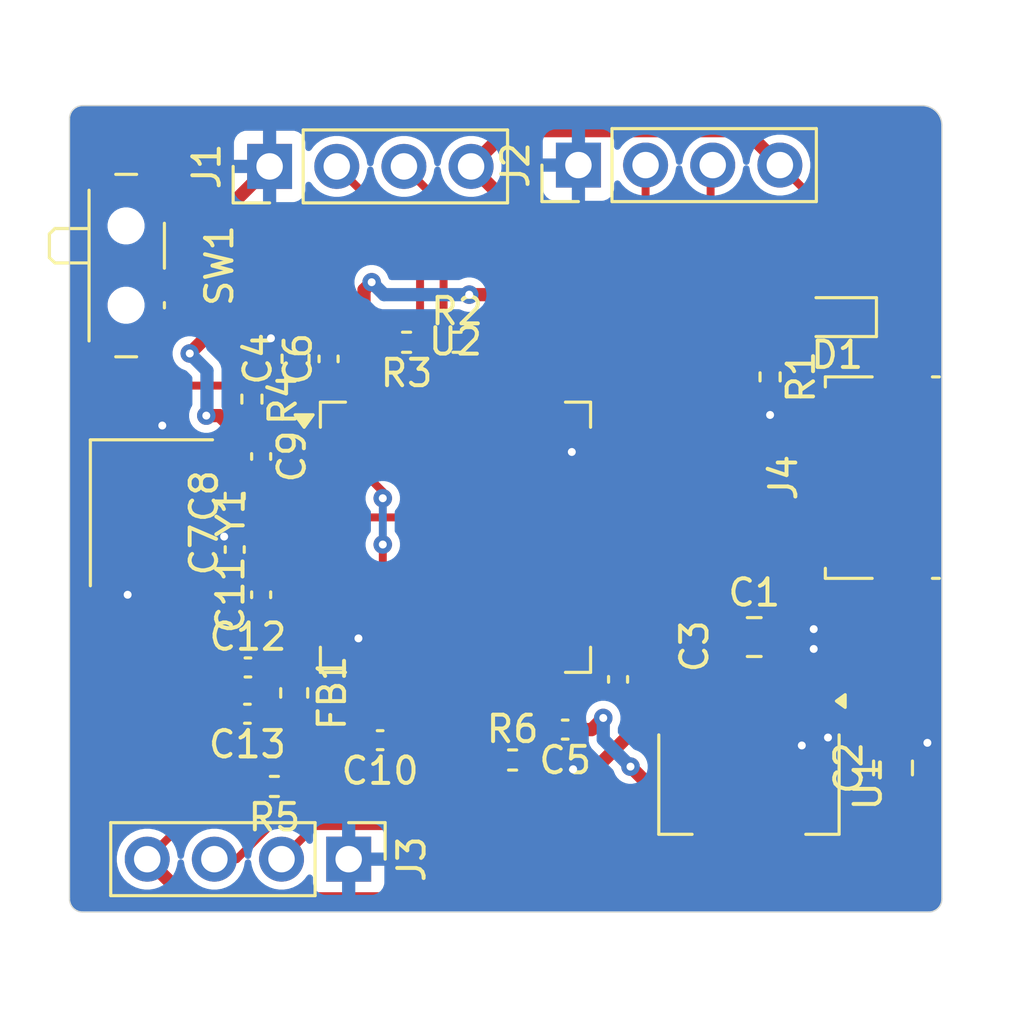
<source format=kicad_pcb>
(kicad_pcb (version 20241229) (generator "pcbnew") (generator_version "9.0")
  (layers (0 "F.Cu" signal) (2 "B.Cu" power) (13 "F.Paste" user) (15 "B.Paste" user) (5 "F.SilkS" user "F.Silkscreen") (7 "B.SilkS" user "B.Silkscreen") (1 "F.Mask" user) (3 "B.Mask" user) (25 "Edge.Cuts" user))
  (net 0 "")
  (net 1 "VBUS")
  (net 2 "GND")
  (net 3 "+3.3V")
  (net 4 "/NRST")
  (net 5 "/HSE_OUT")
  (net 6 "/HSE_IN")
  (net 7 "+3.3VA")
  (net 8 "/PWR_LED")
  (net 9 "/SWDIO")
  (net 10 "/SWCLK")
  (net 11 "/SDA2")
  (net 12 "/SCL2")
  (net 13 "/USB_D+")
  (net 14 "/USB_D-")
  (net 15 "/SW_BOOT0")
  (net 16 "/BOOT0")
  (net 57 "/SDA1")
  (net 58 "/SCL1")
  (footprint "Resistor_SMD:R_0402_1005Metric" (layer "F.Cu") (at 128 100 180)
    (property "Reference" "R5" (at 0 -1.17 0) (layer "F.SilkS"))
    (property "Value" "1k5")
    (fp_line (start -0.153641 0.38) (end 0.153641 0.38) (stroke (width 0.12)) (layer "F.SilkS"))
    (fp_line (start -0.153641 -0.38) (end 0.153641 -0.38) (stroke (width 0.12)) (layer "F.SilkS"))
    (pad "1" smd roundrect (at -0.51 0 180) (size 0.54 0.64) (layers "F.Cu" "F.Mask" "F.Paste") (net 12 "/SCL2"))
    (pad "2" smd roundrect (at 0.51 0 180) (size 0.54 0.64) (layers "F.Cu" "F.Mask" "F.Paste") (net 3 "+3.3V"))
  )
  (footprint "Package_TO_SOT_SMD:SOT-223-3_TabPin2" (layer "F.Cu") (at 145.95 99.9 -90)
    (property "Reference" "U1" (at 0 -4.5 90) (layer "F.SilkS"))
    (property "Value" "AMS1117-3.3")
    (fp_line (start -1.85 3.41) (end 1.91 3.41) (stroke (width 0.12)) (layer "F.SilkS"))
    (fp_line (start 1.91 3.41) (end 1.91 2.15) (stroke (width 0.12)) (layer "F.SilkS"))
    (fp_line (start -1.85 -3.41) (end 1.91 -3.41) (stroke (width 0.12)) (layer "F.SilkS"))
    (fp_line (start 1.91 -3.41) (end 1.91 -2.15) (stroke (width 0.12)) (layer "F.SilkS"))
    (fp_poly (pts (xy -3.13 -3.31) (xy -3.37 -3.64) (xy -2.89 -3.64) (xy -3.13 -3.31)) (stroke (width 0.12)) (fill yes) (layer "F.SilkS"))
    (pad "1" smd roundrect (at -3.15 -2.3 270) (size 2 1.5) (layers "F.Cu" "F.Mask" "F.Paste") (net 2 "GND"))
    (pad "2" smd roundrect (at -3.15 0 270) (size 2 1.5) (layers "F.Cu" "F.Mask" "F.Paste") (net 3 "+3.3V"))
    (pad "2" smd roundrect (at 3.15 0 270) (size 2 3.8) (layers "F.Cu" "F.Mask" "F.Paste") (net 3 "+3.3V"))
    (pad "3" smd roundrect (at -3.15 2.3 270) (size 2 1.5) (layers "F.Cu" "F.Mask" "F.Paste") (net 1 "VBUS"))
  )
  (footprint "Resistor_SMD:R_0402_1005Metric" (layer "F.Cu") (at 137.01 99)
    (property "Reference" "R6" (at 0 -1.17 0) (layer "F.SilkS"))
    (property "Value" "1k5")
    (fp_line (start -0.153641 -0.38) (end 0.153641 -0.38) (stroke (width 0.12)) (layer "F.SilkS"))
    (fp_line (start -0.153641 0.38) (end 0.153641 0.38) (stroke (width 0.12)) (layer "F.SilkS"))
    (pad "1" smd roundrect (at -0.51 0) (size 0.54 0.64) (layers "F.Cu" "F.Mask" "F.Paste") (net 11 "/SDA2"))
    (pad "2" smd roundrect (at 0.51 0) (size 0.54 0.64) (layers "F.Cu" "F.Mask" "F.Paste") (net 3 "+3.3V"))
  )
  (footprint "Capacitor_SMD:C_0402_1005Metric" (layer "F.Cu") (at 126.5 91.04 90)
    (property "Reference" "C7" (at 0 -1.16 90) (layer "F.SilkS"))
    (property "Value" "10p")
    (fp_line (start -0.107836 -0.36) (end 0.107836 -0.36) (stroke (width 0.12)) (layer "F.SilkS"))
    (fp_line (start -0.107836 0.36) (end 0.107836 0.36) (stroke (width 0.12)) (layer "F.SilkS"))
    (pad "1" smd roundrect (at -0.48 0 90) (size 0.56 0.62) (layers "F.Cu" "F.Mask" "F.Paste") (net 5 "/HSE_OUT"))
    (pad "2" smd roundrect (at 0.48 0 90) (size 0.56 0.62) (layers "F.Cu" "F.Mask" "F.Paste") (net 2 "GND"))
  )
  (footprint "Resistor_SMD:R_0402_1005Metric" (layer "F.Cu") (at 146.75 84.51 -90)
    (property "Reference" "R1" (at 0 -1.17 90) (layer "F.SilkS"))
    (property "Value" "1k5")
    (fp_line (start -0.153641 0.38) (end 0.153641 0.38) (stroke (width 0.12)) (layer "F.SilkS"))
    (fp_line (start -0.153641 -0.38) (end 0.153641 -0.38) (stroke (width 0.12)) (layer "F.SilkS"))
    (pad "1" smd roundrect (at -0.51 0 270) (size 0.54 0.64) (layers "F.Cu" "F.Mask" "F.Paste") (net 8 "/PWR_LED"))
    (pad "2" smd roundrect (at 0.51 0 270) (size 0.54 0.64) (layers "F.Cu" "F.Mask" "F.Paste") (net 2 "GND"))
  )
  (footprint "Capacitor_SMD:C_0402_1005Metric" (layer "F.Cu") (at 127.5 87.52 -90)
    (property "Reference" "C9" (at 0 -1.16 90) (layer "F.SilkS"))
    (property "Value" "100n")
    (fp_line (start -0.107836 0.36) (end 0.107836 0.36) (stroke (width 0.12)) (layer "F.SilkS"))
    (fp_line (start -0.107836 -0.36) (end 0.107836 -0.36) (stroke (width 0.12)) (layer "F.SilkS"))
    (pad "1" smd roundrect (at -0.48 0 270) (size 0.56 0.62) (layers "F.Cu" "F.Mask" "F.Paste") (net 3 "+3.3V"))
    (pad "2" smd roundrect (at 0.48 0 270) (size 0.56 0.62) (layers "F.Cu" "F.Mask" "F.Paste") (net 2 "GND"))
  )
  (footprint "Capacitor_SMD:C_0402_1005Metric" (layer "F.Cu") (at 127.5 92.75 90)
    (property "Reference" "C11" (at 0 -1.16 90) (layer "F.SilkS"))
    (property "Value" "10n")
    (fp_line (start -0.107836 -0.36) (end 0.107836 -0.36) (stroke (width 0.12)) (layer "F.SilkS"))
    (fp_line (start -0.107836 0.36) (end 0.107836 0.36) (stroke (width 0.12)) (layer "F.SilkS"))
    (pad "1" smd roundrect (at -0.48 0 90) (size 0.56 0.62) (layers "F.Cu" "F.Mask" "F.Paste") (net 7 "+3.3VA"))
    (pad "2" smd roundrect (at 0.48 0 90) (size 0.56 0.62) (layers "F.Cu" "F.Mask" "F.Paste") (net 2 "GND"))
  )
  (footprint "Capacitor_SMD:C_0603_1608Metric" (layer "F.Cu") (at 128.8 83.825 90)
    (property "Reference" "C4" (at 0 -1.43 90) (layer "F.SilkS"))
    (property "Value" "10u")
    (fp_line (start -0.14058 -0.51) (end 0.14058 -0.51) (stroke (width 0.12)) (layer "F.SilkS"))
    (fp_line (start -0.14058 0.51) (end 0.14058 0.51) (stroke (width 0.12)) (layer "F.SilkS"))
    (pad "1" smd roundrect (at -0.775 0 90) (size 0.9 0.95) (layers "F.Cu" "F.Mask" "F.Paste") (net 3 "+3.3V"))
    (pad "2" smd roundrect (at 0.775 0 90) (size 0.9 0.95) (layers "F.Cu" "F.Mask" "F.Paste") (net 2 "GND"))
  )
  (footprint "Capacitor_SMD:C_0805_2012Metric" (layer "F.Cu") (at 146.15 94.35)
    (property "Reference" "C1" (at 0 -1.68 0) (layer "F.SilkS"))
    (property "Value" "22u")
    (fp_line (start -0.261252 -0.735) (end 0.261252 -0.735) (stroke (width 0.12)) (layer "F.SilkS"))
    (fp_line (start -0.261252 0.735) (end 0.261252 0.735) (stroke (width 0.12)) (layer "F.SilkS"))
    (pad "1" smd roundrect (at -0.95 0) (size 1 1.45) (layers "F.Cu" "F.Mask" "F.Paste") (net 1 "VBUS"))
    (pad "2" smd roundrect (at 0.95 0) (size 1 1.45) (layers "F.Cu" "F.Mask" "F.Paste") (net 2 "GND"))
  )
  (footprint "Resistor_SMD:R_0402_1005Metric" (layer "F.Cu") (at 127.15 85.35 -90)
    (property "Reference" "R4" (at 0 -1.17 90) (layer "F.SilkS"))
    (property "Value" "10K")
    (fp_line (start -0.153641 0.38) (end 0.153641 0.38) (stroke (width 0.12)) (layer "F.SilkS"))
    (fp_line (start -0.153641 -0.38) (end 0.153641 -0.38) (stroke (width 0.12)) (layer "F.SilkS"))
    (pad "1" smd roundrect (at -0.51 0 270) (size 0.54 0.64) (layers "F.Cu" "F.Mask" "F.Paste") (net 15 "/SW_BOOT0"))
    (pad "2" smd roundrect (at 0.51 0 270) (size 0.54 0.64) (layers "F.Cu" "F.Mask" "F.Paste") (net 16 "/BOOT0"))
  )
  (footprint "Inductor_SMD:L_0603_1608Metric" (layer "F.Cu") (at 128.75 96.4625 -90)
    (property "Reference" "FB1" (at 0 -1.43 90) (layer "F.SilkS"))
    (property "Value" "120R")
    (fp_line (start -0.162779 0.51) (end 0.162779 0.51) (stroke (width 0.12)) (layer "F.SilkS"))
    (fp_line (start -0.162779 -0.51) (end 0.162779 -0.51) (stroke (width 0.12)) (layer "F.SilkS"))
    (pad "1" smd roundrect (at -0.7875 0 270) (size 0.875 0.95) (layers "F.Cu" "F.Mask" "F.Paste") (net 7 "+3.3VA"))
    (pad "2" smd roundrect (at 0.7875 0 270) (size 0.875 0.95) (layers "F.Cu" "F.Mask" "F.Paste") (net 3 "+3.3V"))
  )
  (footprint "Capacitor_SMD:C_0402_1005Metric" (layer "F.Cu") (at 141 95.95 -90)
    (property "Reference" "C3" (at -1.25 -2.89 270) (layer "F.SilkS"))
    (property "Value" "100n")
    (fp_line (start -0.107836 0.36) (end 0.107836 0.36) (stroke (width 0.12)) (layer "F.SilkS"))
    (fp_line (start -0.107836 -0.36) (end 0.107836 -0.36) (stroke (width 0.12)) (layer "F.SilkS"))
    (pad "1" smd roundrect (at -0.48 0 270) (size 0.56 0.62) (layers "F.Cu" "F.Mask" "F.Paste") (net 4 "/NRST"))
    (pad "2" smd roundrect (at 0.48 0 270) (size 0.56 0.62) (layers "F.Cu" "F.Mask" "F.Paste") (net 2 "GND"))
  )
  (footprint "Connector_PinHeader_2.54mm:PinHeader_1x04_P2.54mm_Vertical" (layer "F.Cu") (at 139.5 76.5 90)
    (property "Reference" "J2" (at 0 -2.38 90) (layer "F.SilkS"))
    (property "Value" "Conn_01x04_Pin")
    (fp_line (start -1.38 -1.38) (end 0 -1.38) (stroke (width 0.12)) (layer "F.SilkS"))
    (fp_line (start -1.38 0) (end -1.38 -1.38) (stroke (width 0.12)) (layer "F.SilkS"))
    (fp_line (start 1.38 1.27) (end 1.38 9) (stroke (width 0.12)) (layer "F.SilkS"))
    (fp_line (start -1.38 1.27) (end 1.38 1.27) (stroke (width 0.12)) (layer "F.SilkS"))
    (fp_line (start -1.38 1.27) (end -1.38 9) (stroke (width 0.12)) (layer "F.SilkS"))
    (fp_line (start -1.38 9) (end 1.38 9) (stroke (width 0.12)) (layer "F.SilkS"))
    (pad "1" thru_hole rect (at 0 0 90) (size 1.7 1.7) (drill 1) (layers "*.Cu" "*.Mask") (net 2 "GND"))
    (pad "2" thru_hole circle (at 0 2.54 90) (size 1.7 1.7) (drill 1) (layers "*.Cu" "*.Mask") (net 10 "/SWCLK"))
    (pad "3" thru_hole circle (at 0 5.08 90) (size 1.7 1.7) (drill 1) (layers "*.Cu" "*.Mask") (net 9 "/SWDIO"))
    (pad "4" thru_hole circle (at 0 7.62 90) (size 1.7 1.7) (drill 1) (layers "*.Cu" "*.Mask") (net 3 "+3.3V"))
  )
  (footprint "Capacitor_SMD:C_0402_1005Metric" (layer "F.Cu") (at 126.5 89.02 90)
    (property "Reference" "C8" (at 0 -1.16 90) (layer "F.SilkS"))
    (property "Value" "10p")
    (fp_line (start -0.107836 -0.36) (end 0.107836 -0.36) (stroke (width 0.12)) (layer "F.SilkS"))
    (fp_line (start -0.107836 0.36) (end 0.107836 0.36) (stroke (width 0.12)) (layer "F.SilkS"))
    (pad "1" smd roundrect (at -0.48 0 90) (size 0.56 0.62) (layers "F.Cu" "F.Mask" "F.Paste") (net 6 "/HSE_IN"))
    (pad "2" smd roundrect (at 0.48 0 90) (size 0.56 0.62) (layers "F.Cu" "F.Mask" "F.Paste") (net 2 "GND"))
  )
  (footprint "Package_QFP:LQFP-64_10x10mm_P0.5mm" (layer "F.Cu") (at 134.85 90.575)
    (property "Reference" "U2" (at 0 -7.4 0) (layer "F.SilkS"))
    (property "Value" "STM32L476RGTx")
    (fp_line (start -5.11 -5.11) (end -5.11 -4.16) (stroke (width 0.12)) (layer "F.SilkS"))
    (fp_line (start -5.11 5.11) (end -5.11 4.16) (stroke (width 0.12)) (layer "F.SilkS"))
    (fp_line (start -4.16 -5.11) (end -5.11 -5.11) (stroke (width 0.12)) (layer "F.SilkS"))
    (fp_line (start -4.16 5.11) (end -5.11 5.11) (stroke (width 0.12)) (layer "F.SilkS"))
    (fp_line (start 4.16 -5.11) (end 5.11 -5.11) (stroke (width 0.12)) (layer "F.SilkS"))
    (fp_line (start 4.16 5.11) (end 5.11 5.11) (stroke (width 0.12)) (layer "F.SilkS"))
    (fp_line (start 5.11 -5.11) (end 5.11 -4.16) (stroke (width 0.12)) (layer "F.SilkS"))
    (fp_line (start 5.11 5.11) (end 5.11 4.16) (stroke (width 0.12)) (layer "F.SilkS"))
    (fp_poly (pts (xy -5.725 -4.16) (xy -6.065 -4.63) (xy -5.385 -4.63)) (stroke (width 0.12)) (fill yes) (layer "F.SilkS"))
    (pad "1" smd roundrect (at -5.675 -3.75) (size 1.55 0.3) (layers "F.Cu" "F.Mask" "F.Paste") (net 3 "+3.3V"))
    (pad "2" smd roundrect (at -5.675 -3.25) (size 1.55 0.3) (layers "F.Cu" "F.Mask" "F.Paste"))
    (pad "3" smd roundrect (at -5.675 -2.75) (size 1.55 0.3) (layers "F.Cu" "F.Mask" "F.Paste"))
    (pad "4" smd roundrect (at -5.675 -2.25) (size 1.55 0.3) (layers "F.Cu" "F.Mask" "F.Paste"))
    (pad "5" smd roundrect (at -5.675 -1.75) (size 1.55 0.3) (layers "F.Cu" "F.Mask" "F.Paste") (net 6 "/HSE_IN"))
    (pad "6" smd roundrect (at -5.675 -1.25) (size 1.55 0.3) (layers "F.Cu" "F.Mask" "F.Paste") (net 5 "/HSE_OUT"))
    (pad "7" smd roundrect (at -5.675 -0.75) (size 1.55 0.3) (layers "F.Cu" "F.Mask" "F.Paste") (net 4 "/NRST"))
    (pad "8" smd roundrect (at -5.675 -0.25) (size 1.55 0.3) (layers "F.Cu" "F.Mask" "F.Paste"))
    (pad "9" smd roundrect (at -5.675 0.25) (size 1.55 0.3) (layers "F.Cu" "F.Mask" "F.Paste"))
    (pad "10" smd roundrect (at -5.675 0.75) (size 1.55 0.3) (layers "F.Cu" "F.Mask" "F.Paste"))
    (pad "11" smd roundrect (at -5.675 1.25) (size 1.55 0.3) (layers "F.Cu" "F.Mask" "F.Paste"))
    (pad "12" smd roundrect (at -5.675 1.75) (size 1.55 0.3) (layers "F.Cu" "F.Mask" "F.Paste") (net 2 "GND"))
    (pad "13" smd roundrect (at -5.675 2.25) (size 1.55 0.3) (layers "F.Cu" "F.Mask" "F.Paste") (net 7 "+3.3VA"))
    (pad "14" smd roundrect (at -5.675 2.75) (size 1.55 0.3) (layers "F.Cu" "F.Mask" "F.Paste"))
    (pad "15" smd roundrect (at -5.675 3.25) (size 1.55 0.3) (layers "F.Cu" "F.Mask" "F.Paste"))
    (pad "16" smd roundrect (at -5.675 3.75) (size 1.55 0.3) (layers "F.Cu" "F.Mask" "F.Paste"))
    (pad "17" smd roundrect (at -3.75 5.675) (size 0.3 1.55) (layers "F.Cu" "F.Mask" "F.Paste"))
    (pad "18" smd roundrect (at -3.25 5.675) (size 0.3 1.55) (layers "F.Cu" "F.Mask" "F.Paste") (net 2 "GND"))
    (pad "19" smd roundrect (at -2.75 5.675) (size 0.3 1.55) (layers "F.Cu" "F.Mask" "F.Paste") (net 3 "+3.3V"))
    (pad "20" smd roundrect (at -2.25 5.675) (size 0.3 1.55) (layers "F.Cu" "F.Mask" "F.Paste"))
    (pad "21" smd roundrect (at -1.75 5.675) (size 0.3 1.55) (layers "F.Cu" "F.Mask" "F.Paste"))
    (pad "22" smd roundrect (at -1.25 5.675) (size 0.3 1.55) (layers "F.Cu" "F.Mask" "F.Paste"))
    (pad "23" smd roundrect (at -0.75 5.675) (size 0.3 1.55) (layers "F.Cu" "F.Mask" "F.Paste"))
    (pad "24" smd roundrect (at -0.25 5.675) (size 0.3 1.55) (layers "F.Cu" "F.Mask" "F.Paste"))
    (pad "25" smd roundrect (at 0.25 5.675) (size 0.3 1.55) (layers "F.Cu" "F.Mask" "F.Paste"))
    (pad "26" smd roundrect (at 0.75 5.675) (size 0.3 1.55) (layers "F.Cu" "F.Mask" "F.Paste"))
    (pad "27" smd roundrect (at 1.25 5.675) (size 0.3 1.55) (layers "F.Cu" "F.Mask" "F.Paste"))
    (pad "28" smd roundrect (at 1.75 5.675) (size 0.3 1.55) (layers "F.Cu" "F.Mask" "F.Paste"))
    (pad "29" smd roundrect (at 2.25 5.675) (size 0.3 1.55) (layers "F.Cu" "F.Mask" "F.Paste") (net 12 "/SCL2"))
    (pad "30" smd roundrect (at 2.75 5.675) (size 0.3 1.55) (layers "F.Cu" "F.Mask" "F.Paste") (net 11 "/SDA2"))
    (pad "31" smd roundrect (at 3.25 5.675) (size 0.3 1.55) (layers "F.Cu" "F.Mask" "F.Paste") (net 2 "GND"))
    (pad "32" smd roundrect (at 3.75 5.675) (size 0.3 1.55) (layers "F.Cu" "F.Mask" "F.Paste") (net 3 "+3.3V"))
    (pad "33" smd roundrect (at 5.675 3.75) (size 1.55 0.3) (layers "F.Cu" "F.Mask" "F.Paste"))
    (pad "34" smd roundrect (at 5.675 3.25) (size 1.55 0.3) (layers "F.Cu" "F.Mask" "F.Paste"))
    (pad "35" smd roundrect (at 5.675 2.75) (size 1.55 0.3) (layers "F.Cu" "F.Mask" "F.Paste"))
    (pad "36" smd roundrect (at 5.675 2.25) (size 1.55 0.3) (layers "F.Cu" "F.Mask" "F.Paste"))
    (pad "37" smd roundrect (at 5.675 1.75) (size 1.55 0.3) (layers "F.Cu" "F.Mask" "F.Paste"))
    (pad "38" smd roundrect (at 5.675 1.25) (size 1.55 0.3) (layers "F.Cu" "F.Mask" "F.Paste"))
    (pad "39" smd roundrect (at 5.675 0.75) (size 1.55 0.3) (layers "F.Cu" "F.Mask" "F.Paste"))
    (pad "40" smd roundrect (at 5.675 0.25) (size 1.55 0.3) (layers "F.Cu" "F.Mask" "F.Paste"))
    (pad "41" smd roundrect (at 5.675 -0.25) (size 1.55 0.3) (layers "F.Cu" "F.Mask" "F.Paste"))
    (pad "42" smd roundrect (at 5.675 -0.75) (size 1.55 0.3) (layers "F.Cu" "F.Mask" "F.Paste"))
    (pad "43" smd roundrect (at 5.675 -1.25) (size 1.55 0.3) (layers "F.Cu" "F.Mask" "F.Paste"))
    (pad "44" smd roundrect (at 5.675 -1.75) (size 1.55 0.3) (layers "F.Cu" "F.Mask" "F.Paste") (net 14 "/USB_D-"))
    (pad "45" smd roundrect (at 5.675 -2.25) (size 1.55 0.3) (layers "F.Cu" "F.Mask" "F.Paste") (net 13 "/USB_D+"))
    (pad "46" smd roundrect (at 5.675 -2.75) (size 1.55 0.3) (layers "F.Cu" "F.Mask" "F.Paste") (net 9 "/SWDIO"))
    (pad "47" smd roundrect (at 5.675 -3.25) (size 1.55 0.3) (layers "F.Cu" "F.Mask" "F.Paste") (net 2 "GND"))
    (pad "48" smd roundrect (at 5.675 -3.75) (size 1.55 0.3) (layers "F.Cu" "F.Mask" "F.Paste"))
    (pad "49" smd roundrect (at 3.75 -5.675) (size 0.3 1.55) (layers "F.Cu" "F.Mask" "F.Paste") (net 10 "/SWCLK"))
    (pad "50" smd roundrect (at 3.25 -5.675) (size 0.3 1.55) (layers "F.Cu" "F.Mask" "F.Paste"))
    (pad "51" smd roundrect (at 2.75 -5.675) (size 0.3 1.55) (layers "F.Cu" "F.Mask" "F.Paste"))
    (pad "52" smd roundrect (at 2.25 -5.675) (size 0.3 1.55) (layers "F.Cu" "F.Mask" "F.Paste"))
    (pad "53" smd roundrect (at 1.75 -5.675) (size 0.3 1.55) (layers "F.Cu" "F.Mask" "F.Paste"))
    (pad "54" smd roundrect (at 1.25 -5.675) (size 0.3 1.55) (layers "F.Cu" "F.Mask" "F.Paste"))
    (pad "55" smd roundrect (at 0.75 -5.675) (size 0.3 1.55) (layers "F.Cu" "F.Mask" "F.Paste"))
    (pad "56" smd roundrect (at 0.25 -5.675) (size 0.3 1.55) (layers "F.Cu" "F.Mask" "F.Paste"))
    (pad "57" smd roundrect (at -0.25 -5.675) (size 0.3 1.55) (layers "F.Cu" "F.Mask" "F.Paste"))
    (pad "58" smd roundrect (at -0.75 -5.675) (size 0.3 1.55) (layers "F.Cu" "F.Mask" "F.Paste") (net 58 "/SCL1"))
    (pad "59" smd roundrect (at -1.25 -5.675) (size 0.3 1.55) (layers "F.Cu" "F.Mask" "F.Paste") (net 57 "/SDA1"))
    (pad "60" smd roundrect (at -1.75 -5.675) (size 0.3 1.55) (layers "F.Cu" "F.Mask" "F.Paste") (net 16 "/BOOT0"))
    (pad "61" smd roundrect (at -2.25 -5.675) (size 0.3 1.55) (layers "F.Cu" "F.Mask" "F.Paste"))
    (pad "62" smd roundrect (at -2.75 -5.675) (size 0.3 1.55) (layers "F.Cu" "F.Mask" "F.Paste"))
    (pad "63" smd roundrect (at -3.25 -5.675) (size 0.3 1.55) (layers "F.Cu" "F.Mask" "F.Paste") (net 2 "GND"))
    (pad "64" smd roundrect (at -3.75 -5.675) (size 0.3 1.55) (layers "F.Cu" "F.Mask" "F.Paste") (net 3 "+3.3V"))
  )
  (footprint "Capacitor_SMD:C_0402_1005Metric" (layer "F.Cu") (at 139 97.85 180)
    (property "Reference" "C5" (at 0 -1.16 0) (layer "F.SilkS"))
    (property "Value" "100n")
    (fp_line (start -0.107836 0.36) (end 0.107836 0.36) (stroke (width 0.12)) (layer "F.SilkS"))
    (fp_line (start -0.107836 -0.36) (end 0.107836 -0.36) (stroke (width 0.12)) (layer "F.SilkS"))
    (pad "1" smd roundrect (at -0.48 0 180) (size 0.56 0.62) (layers "F.Cu" "F.Mask" "F.Paste") (net 3 "+3.3V"))
    (pad "2" smd roundrect (at 0.48 0 180) (size 0.56 0.62) (layers "F.Cu" "F.Mask" "F.Paste") (net 2 "GND"))
  )
  (footprint "Button_Switch_SMD:SW_SPDT_PCM12" (layer "F.Cu") (at 122.72 80.3 -90)
    (property "Reference" "SW1" (at 0 -3.2 90) (layer "F.SilkS"))
    (property "Value" "SW_SPDT")
    (fp_line (start -1.2 3.23) (end -0.3 3.23) (stroke (width 0.12)) (layer "F.SilkS"))
    (fp_line (start -1.4 3.02) (end -1.2 3.23) (stroke (width 0.12)) (layer "F.SilkS"))
    (fp_line (start -0.1 3.02) (end -0.3 3.23) (stroke (width 0.12)) (layer "F.SilkS"))
    (fp_line (start -0.1 3.02) (end -0.1 1.73) (stroke (width 0.12)) (layer "F.SilkS"))
    (fp_line (start -2.85 1.73) (end 2.85 1.73) (stroke (width 0.12)) (layer "F.SilkS"))
    (fp_line (start -1.4 1.73) (end -1.4 3.02) (stroke (width 0.12)) (layer "F.SilkS"))
    (fp_line (start 3.45 0.72) (end 3.45 -0.07) (stroke (width 0.12)) (layer "F.SilkS"))
    (fp_line (start -3.45 -0.07) (end -3.45 0.72) (stroke (width 0.12)) (layer "F.SilkS"))
    (fp_line (start -1.6 -1.12) (end 0.1 -1.12) (stroke (width 0.12)) (layer "F.SilkS"))
    (fp_line (start 1.4 -1.12) (end 1.6 -1.12) (stroke (width 0.12)) (layer "F.SilkS"))
    (pad "" smd rect (at -3.65 -0.78 270) (size 1 0.8) (layers "F.Cu" "F.Mask" "F.Paste"))
    (pad "" smd rect (at -3.65 1.43 270) (size 1 0.8) (layers "F.Cu" "F.Mask" "F.Paste"))
    (pad "" np_thru_hole circle (at -1.5 0.33 270) (size 0.9 0.9) (drill 0.9) (layers "*.Cu" "*.Mask"))
    (pad "" np_thru_hole circle (at 1.5 0.33 270) (size 0.9 0.9) (drill 0.9) (layers "*.Cu" "*.Mask"))
    (pad "" smd rect (at 3.65 -0.78 270) (size 1 0.8) (layers "F.Cu" "F.Mask" "F.Paste"))
    (pad "" smd rect (at 3.65 1.43 270) (size 1 0.8) (layers "F.Cu" "F.Mask" "F.Paste"))
    (pad "1" smd rect (at -2.25 -1.43 270) (size 0.7 1.5) (layers "F.Cu" "F.Mask" "F.Paste") (net 2 "GND"))
    (pad "2" smd rect (at 0.75 -1.43 270) (size 0.7 1.5) (layers "F.Cu" "F.Mask" "F.Paste") (net 15 "/SW_BOOT0"))
    (pad "3" smd rect (at 2.25 -1.43 270) (size 0.7 1.5) (layers "F.Cu" "F.Mask" "F.Paste") (net 3 "+3.3V"))
  )
  (footprint "Resistor_SMD:R_0402_1005Metric" (layer "F.Cu") (at 134.91 83.2)
    (property "Reference" "R2" (at 0 -1.17 0) (layer "F.SilkS"))
    (property "Value" "1k5")
    (fp_line (start -0.153641 -0.38) (end 0.153641 -0.38) (stroke (width 0.12)) (layer "F.SilkS"))
    (fp_line (start -0.153641 0.38) (end 0.153641 0.38) (stroke (width 0.12)) (layer "F.SilkS"))
    (pad "1" smd roundrect (at -0.51 0) (size 0.54 0.64) (layers "F.Cu" "F.Mask" "F.Paste") (net 58 "/SCL1"))
    (pad "2" smd roundrect (at 0.51 0) (size 0.54 0.64) (layers "F.Cu" "F.Mask" "F.Paste") (net 3 "+3.3V"))
  )
  (footprint "Capacitor_SMD:C_0402_1005Metric" (layer "F.Cu") (at 127 95.5)
    (property "Reference" "C12" (at 0 -1.16 0) (layer "F.SilkS"))
    (property "Value" "1u")
    (fp_line (start -0.107836 -0.36) (end 0.107836 -0.36) (stroke (width 0.12)) (layer "F.SilkS"))
    (fp_line (start -0.107836 0.36) (end 0.107836 0.36) (stroke (width 0.12)) (layer "F.SilkS"))
    (pad "1" smd roundrect (at -0.48 0) (size 0.56 0.62) (layers "F.Cu" "F.Mask" "F.Paste") (net 7 "+3.3VA"))
    (pad "2" smd roundrect (at 0.48 0) (size 0.56 0.62) (layers "F.Cu" "F.Mask" "F.Paste") (net 2 "GND"))
  )
  (footprint "Connector_USB:USB_Micro-B_Molex_47346-0001" (layer "F.Cu") (at 150.55 88.32 90)
    (property "Reference" "J4" (at 0 -3.3 90) (layer "F.SilkS"))
    (property "Value" "USB_B_Micro")
    (fp_line (start 3.81 -1.71) (end 3.43 -1.71) (stroke (width 0.12)) (layer "F.SilkS"))
    (fp_line (start 3.81 -1.71) (end 3.81 0.06) (stroke (width 0.12)) (layer "F.SilkS"))
    (fp_line (start -3.81 -1.71) (end -3.43 -1.71) (stroke (width 0.12)) (layer "F.SilkS"))
    (fp_line (start -3.81 0.06) (end -3.81 -1.71) (stroke (width 0.12)) (layer "F.SilkS"))
    (fp_line (start 3.81 2.34) (end 3.81 2.6) (stroke (width 0.12)) (layer "F.SilkS"))
    (fp_line (start -3.81 2.6) (end -3.81 2.34) (stroke (width 0.12)) (layer "F.SilkS"))
    (pad "1" smd rect (at -1.3 -1.46 90) (size 0.45 1.38) (layers "F.Cu" "F.Mask" "F.Paste") (net 1 "VBUS"))
    (pad "2" smd rect (at -0.65 -1.46 90) (size 0.45 1.38) (layers "F.Cu" "F.Mask" "F.Paste") (net 14 "/USB_D-"))
    (pad "3" smd rect (at 0 -1.46 90) (size 0.45 1.38) (layers "F.Cu" "F.Mask" "F.Paste") (net 13 "/USB_D+"))
    (pad "4" smd rect (at 0.65 -1.46 90) (size 0.45 1.38) (layers "F.Cu" "F.Mask" "F.Paste"))
    (pad "5" smd rect (at 1.3 -1.46 90) (size 0.45 1.38) (layers "F.Cu" "F.Mask" "F.Paste") (net 2 "GND"))
    (pad "6" smd rect (at -3.375 1.2 90) (size 1.65 1.3) (layers "F.Cu" "F.Mask" "F.Paste"))
    (pad "6" smd rect (at -2.4875 -1.375 90) (size 1.425 1.55) (layers "F.Cu" "F.Mask" "F.Paste"))
    (pad "6" smd rect (at -1.15 1.2 90) (size 1.8 1.9) (layers "F.Cu" "F.Mask" "F.Paste"))
    (pad "6" smd rect (at 1.55 1.2 90) (size 1 1.9) (layers "F.Cu" "F.Mask" "F.Paste"))
    (pad "6" smd rect (at 2.4875 -1.375 90) (size 1.425 1.55) (layers "F.Cu" "F.Mask" "F.Paste"))
    (pad "6" smd rect (at 3.375 1.2 90) (size 1.65 1.3) (layers "F.Cu" "F.Mask" "F.Paste"))
  )
  (footprint "Capacitor_SMD:C_0402_1005Metric" (layer "F.Cu") (at 130.05 83.83 90)
    (property "Reference" "C6" (at 0 -1.16 90) (layer "F.SilkS"))
    (property "Value" "100n")
    (fp_line (start -0.107836 -0.36) (end 0.107836 -0.36) (stroke (width 0.12)) (layer "F.SilkS"))
    (fp_line (start -0.107836 0.36) (end 0.107836 0.36) (stroke (width 0.12)) (layer "F.SilkS"))
    (pad "1" smd roundrect (at -0.48 0 90) (size 0.56 0.62) (layers "F.Cu" "F.Mask" "F.Paste") (net 3 "+3.3V"))
    (pad "2" smd roundrect (at 0.48 0 90) (size 0.56 0.62) (layers "F.Cu" "F.Mask" "F.Paste") (net 2 "GND"))
  )
  (footprint "Resistor_SMD:R_0402_1005Metric" (layer "F.Cu") (at 133 83.2 180)
    (property "Reference" "R3" (at 0 -1.17 0) (layer "F.SilkS"))
    (property "Value" "1k5")
    (fp_line (start -0.153641 0.38) (end 0.153641 0.38) (stroke (width 0.12)) (layer "F.SilkS"))
    (fp_line (start -0.153641 -0.38) (end 0.153641 -0.38) (stroke (width 0.12)) (layer "F.SilkS"))
    (pad "1" smd roundrect (at -0.51 0 180) (size 0.54 0.64) (layers "F.Cu" "F.Mask" "F.Paste") (net 57 "/SDA1"))
    (pad "2" smd roundrect (at 0.51 0 180) (size 0.54 0.64) (layers "F.Cu" "F.Mask" "F.Paste") (net 3 "+3.3V"))
  )
  (footprint "Capacitor_SMD:C_0402_1005Metric" (layer "F.Cu") (at 126.98 97.25 180)
    (property "Reference" "C13" (at 0 -1.16 0) (layer "F.SilkS"))
    (property "Value" "1u")
    (fp_line (start -0.107836 0.36) (end 0.107836 0.36) (stroke (width 0.12)) (layer "F.SilkS"))
    (fp_line (start -0.107836 -0.36) (end 0.107836 -0.36) (stroke (width 0.12)) (layer "F.SilkS"))
    (pad "1" smd roundrect (at -0.48 0 180) (size 0.56 0.62) (layers "F.Cu" "F.Mask" "F.Paste") (net 3 "+3.3V"))
    (pad "2" smd roundrect (at 0.48 0 180) (size 0.56 0.62) (layers "F.Cu" "F.Mask" "F.Paste") (net 2 "GND"))
  )
  (footprint "Capacitor_SMD:C_0805_2012Metric" (layer "F.Cu") (at 151.4 99.3 90)
    (property "Reference" "C2" (at 0 -1.68 90) (layer "F.SilkS"))
    (property "Value" "22u")
    (fp_line (start -0.261252 -0.735) (end 0.261252 -0.735) (stroke (width 0.12)) (layer "F.SilkS"))
    (fp_line (start -0.261252 0.735) (end 0.261252 0.735) (stroke (width 0.12)) (layer "F.SilkS"))
    (pad "1" smd roundrect (at -0.95 0 90) (size 1 1.45) (layers "F.Cu" "F.Mask" "F.Paste") (net 3 "+3.3V"))
    (pad "2" smd roundrect (at 0.95 0 90) (size 1 1.45) (layers "F.Cu" "F.Mask" "F.Paste") (net 2 "GND"))
  )
  (footprint "Connector_PinHeader_2.54mm:PinHeader_1x04_P2.54mm_Vertical" (layer "F.Cu") (at 127.82 76.55 90)
    (property "Reference" "J1" (at 0 -2.38 90) (layer "F.SilkS"))
    (property "Value" "Conn_01x04_Pin")
    (fp_line (start -1.38 -1.38) (end 0 -1.38) (stroke (width 0.12)) (layer "F.SilkS"))
    (fp_line (start -1.38 0) (end -1.38 -1.38) (stroke (width 0.12)) (layer "F.SilkS"))
    (fp_line (start 1.38 1.27) (end 1.38 9) (stroke (width 0.12)) (layer "F.SilkS"))
    (fp_line (start -1.38 1.27) (end 1.38 1.27) (stroke (width 0.12)) (layer "F.SilkS"))
    (fp_line (start -1.38 1.27) (end -1.38 9) (stroke (width 0.12)) (layer "F.SilkS"))
    (fp_line (start -1.38 9) (end 1.38 9) (stroke (width 0.12)) (layer "F.SilkS"))
    (pad "1" thru_hole rect (at 0 0 90) (size 1.7 1.7) (drill 1) (layers "*.Cu" "*.Mask") (net 2 "GND"))
    (pad "2" thru_hole circle (at 0 2.54 90) (size 1.7 1.7) (drill 1) (layers "*.Cu" "*.Mask") (net 57 "/SDA1"))
    (pad "3" thru_hole circle (at 0 5.08 90) (size 1.7 1.7) (drill 1) (layers "*.Cu" "*.Mask") (net 58 "/SCL1"))
    (pad "4" thru_hole circle (at 0 7.62 90) (size 1.7 1.7) (drill 1) (layers "*.Cu" "*.Mask") (net 3 "+3.3V"))
  )
  (footprint "Crystal:Crystal_SMD_3225-4Pin_3.2x2.5mm_HandSoldering" (layer "F.Cu") (at 123.35 89.65 -90)
    (property "Reference" "Y1" (at 0 -3 90) (layer "F.SilkS"))
    (property "Value" "16MHz")
    (fp_line (start -2.76 2.31) (end 2.76 2.31) (stroke (width 0.12)) (layer "F.SilkS"))
    (fp_line (start -2.76 -2.31) (end -2.76 2.31) (stroke (width 0.12)) (layer "F.SilkS"))
    (pad "1" smd roundrect (at -1.45 1.15 270) (size 2.1 1.8) (layers "F.Cu" "F.Mask" "F.Paste") (roundrect_rratio 0.138889) (net 6 "/HSE_IN"))
    (pad "2" smd roundrect (at 1.45 1.15 270) (size 2.1 1.8) (layers "F.Cu" "F.Mask" "F.Paste") (roundrect_rratio 0.138889) (net 2 "GND"))
    (pad "3" smd roundrect (at 1.45 -1.15 270) (size 2.1 1.8) (layers "F.Cu" "F.Mask" "F.Paste") (roundrect_rratio 0.138889) (net 5 "/HSE_OUT"))
    (pad "4" smd roundrect (at -1.45 -1.15 270) (size 2.1 1.8) (layers "F.Cu" "F.Mask" "F.Paste") (roundrect_rratio 0.138889) (net 2 "GND"))
  )
  (footprint "Capacitor_SMD:C_0402_1005Metric" (layer "F.Cu") (at 132 98.25 180)
    (property "Reference" "C10" (at 0 -1.16 0) (layer "F.SilkS"))
    (property "Value" "100n")
    (fp_line (start -0.107836 0.36) (end 0.107836 0.36) (stroke (width 0.12)) (layer "F.SilkS"))
    (fp_line (start -0.107836 -0.36) (end 0.107836 -0.36) (stroke (width 0.12)) (layer "F.SilkS"))
    (pad "1" smd roundrect (at -0.48 0 180) (size 0.56 0.62) (layers "F.Cu" "F.Mask" "F.Paste") (net 3 "+3.3V"))
    (pad "2" smd roundrect (at 0.48 0 180) (size 0.56 0.62) (layers "F.Cu" "F.Mask" "F.Paste") (net 2 "GND"))
  )
  (footprint "Connector_PinHeader_2.54mm:PinHeader_1x04_P2.54mm_Vertical" (layer "F.Cu") (at 130.81 102.75 -90)
    (property "Reference" "J3" (at 0 -2.38 90) (layer "F.SilkS"))
    (property "Value" "Conn_01x04_Pin")
    (fp_line (start -1.38 9) (end 1.38 9) (stroke (width 0.12)) (layer "F.SilkS"))
    (fp_line (start -1.38 1.27) (end -1.38 9) (stroke (width 0.12)) (layer "F.SilkS"))
    (fp_line (start -1.38 1.27) (end 1.38 1.27) (stroke (width 0.12)) (layer "F.SilkS"))
    (fp_line (start 1.38 1.27) (end 1.38 9) (stroke (width 0.12)) (layer "F.SilkS"))
    (fp_line (start -1.38 0) (end -1.38 -1.38) (stroke (width 0.12)) (layer "F.SilkS"))
    (fp_line (start -1.38 -1.38) (end 0 -1.38) (stroke (width 0.12)) (layer "F.SilkS"))
    (pad "1" thru_hole rect (at 0 0 270) (size 1.7 1.7) (drill 1) (layers "*.Cu" "*.Mask") (net 2 "GND"))
    (pad "2" thru_hole circle (at 0 2.54 270) (size 1.7 1.7) (drill 1) (layers "*.Cu" "*.Mask") (net 11 "/SDA2"))
    (pad "3" thru_hole circle (at 0 5.08 270) (size 1.7 1.7) (drill 1) (layers "*.Cu" "*.Mask") (net 12 "/SCL2"))
    (pad "4" thru_hole circle (at 0 7.62 270) (size 1.7 1.7) (drill 1) (layers "*.Cu" "*.Mask") (net 3 "+3.3V"))
  )
  (footprint "LED_SMD:LED_0603_1608Metric" (layer "F.Cu") (at 149.2875 82.25 180)
    (property "Reference" "D1" (at 0 -1.43 0) (layer "F.SilkS"))
    (property "Value" "LED")
    (fp_line (start 0.8 -0.735) (end -1.485 -0.735) (stroke (width 0.12)) (layer "F.SilkS"))
    (fp_line (start -1.485 0.735) (end 0.8 0.735) (stroke (width 0.12)) (layer "F.SilkS"))
    (fp_line (start -1.485 -0.735) (end -1.485 0.735) (stroke (width 0.12)) (layer "F.SilkS"))
    (pad "1" smd roundrect (at -0.7875 0 180) (size 0.875 0.95) (layers "F.Cu" "F.Mask" "F.Paste") (net 8 "/PWR_LED"))
    (pad "2" smd roundrect (at 0.7875 0 180) (size 0.875 0.95) (layers "F.Cu" "F.Mask" "F.Paste") (net 3 "+3.3V"))
  )
  (gr_line (start 152.5 74.25) (end 120.75 74.25) (stroke (width 0.05)) (layer "Edge.Cuts"))
  (gr_arc (start 153.25 104.25) (mid 153.103553 104.603553) (end 152.75 104.75) (stroke (width 0.05)) (layer "Edge.Cuts"))
  (gr_line (start 153.25 104.25) (end 153.25 75) (stroke (width 0.05)) (layer "Edge.Cuts"))
  (gr_arc (start 152.5 74.25) (mid 153.03033 74.46967) (end 153.25 75) (stroke (width 0.05)) (layer "Edge.Cuts"))
  (gr_line (start 120.25 74.75) (end 120.25 104.25) (stroke (width 0.05)) (layer "Edge.Cuts"))
  (gr_arc (start 120.25 74.75) (mid 120.396447 74.396447) (end 120.75 74.25) (stroke (width 0.05)) (layer "Edge.Cuts"))
  (gr_line (start 120.75 104.75) (end 152.75 104.75) (stroke (width 0.05)) (layer "Edge.Cuts"))
  (gr_arc (start 120.75 104.75) (mid 120.396447 104.603553) (end 120.25 104.25) (stroke (width 0.05)) (layer "Edge.Cuts"))
  (segment (start 123.05 93.219682) (end 126.5 96.669682) (width 0.5) (layer "F.Cu") (net 2))
  (segment (start 141 96.43) (end 141.72 97.15) (width 0.5) (layer "F.Cu") (net 2))
  (segment (start 131.1 83.35) (end 130.05 83.35) (width 0.3) (layer "F.Cu") (net 2))
  (segment (start 131.6 94.82) (end 131.18 94.4) (width 0.3) (layer "F.Cu") (net 2))
  (segment (start 125.35 92.75) (end 123.05 92.75) (width 0.5) (layer "F.Cu") (net 2))
  (segment (start 123.05 92.75) (end 123.05 93.219682) (width 0.5) (layer "F.Cu") (net 2))
  (segment (start 139.3 99.35) (end 138.52 98.57) (width 0.5) (layer "F.Cu") (net 2))
  (segment (start 126.49 90.55) (end 126.1 90.55) (width 0.5) (layer "F.Cu") (net 2))
  (segment (start 127.5 92.27) (end 127.190001 92.27) (width 0.5) (layer "F.Cu") (net 2))
  (segment (start 127.190001 92.27) (end 126.710001 92.75) (width 0.5) (layer "F.Cu") (net 2))
  (segment (start 126.5 97.25) (end 126.5 96.669682) (width 0.5) (layer "F.Cu") (net 2))
  (segment (start 126.96 88.54) (end 127.5 88) (width 0.3) (layer "F.Cu") (net 2))
  (segment (start 124.5 87.09) (end 123.76 86.35) (width 0.5) (layer "F.Cu") (net 2))
  (segment (start 129.175 92.325) (end 127.555 92.325) (width 0.3) (layer "F.Cu") (net 2))
  (segment (start 124.75 88) (end 125.96 88) (width 0.5) (layer "F.Cu") (net 2))
  (segment (start 131.6 96.25) (end 131.6 98.17) (width 0.3) (layer "F.Cu") (net 2))
  (segment (start 138.52 98.57) (end 138.52 97.85) (width 0.5) (layer "F.Cu") (net 2))
  (segment (start 130.05 83.35) (end 129.1 83.35) (width 0.5) (layer "F.Cu") (net 2))
  (segment (start 131.6 96.25) (end 131.6 94.82) (width 0.3) (layer "F.Cu") (net 2))
  (segment (start 141.72 97.75) (end 140.12 99.35) (width 0.5) (layer "F.Cu") (net 2))
  (segment (start 126.32 78.05) (end 127.82 76.55) (width 0.5) (layer "F.Cu") (net 2))
  (segment (start 139.275 87.325) (end 139.25 87.35) (width 0.3) (layer "F.Cu") (net 2))
  (segment (start 124.75 87.851708) (end 124.75 88) (width 0.5) (layer "F.Cu") (net 2))
  (segment (start 131.6 84.9) (end 131.6 83.85) (width 0.3) (layer "F.Cu") (net 2))
  (segment (start 126.5 90.56) (end 126.49 90.55) (width 0.5) (layer "F.Cu") (net 2))
  (segment (start 127.555 92.325) (end 127.5 92.27) (width 0.3) (layer "F.Cu") (net 2))
  (segment (start 122.45 90.9) (end 122.45 92.75) (width 0.5) (layer "F.Cu") (net 2))
  (segment (start 124.15 78.05) (end 126.32 78.05) (width 0.5) (layer "F.Cu") (net 2))
  (segment (start 128.8 83.05) (end 127.87 83.05) (width 0.5) (layer "F.Cu") (net 2))
  (segment (start 147.82 87.02) (end 146.75 85.95) (width 0.3) (layer "F.Cu") (net 2))
  (segment (start 126.5 88.54) (end 126.96 88.54) (width 0.3) (layer "F.Cu") (net 2))
  (segment (start 131.6 98.17) (end 131.52 98.25) (width 0.3) (layer "F.Cu") (net 2))
  (segment (start 126.710001 92.75) (end 125.35 92.75) (width 0.5) (layer "F.Cu") (net 2))
  (segment (start 140.525 87.325) (end 139.275 87.325) (width 0.3) (layer "F.Cu") (net 2))
  (segment (start 126.5 96.669682) (end 127.48 95.689682) (width 0.5) (layer "F.Cu") (net 2))
  (segment (start 141.72 97.15) (end 141.72 97.75) (width 0.5) (layer "F.Cu") (net 2))
  (segment (start 140.12 99.35) (end 139.3 99.35) (width 0.5) (layer "F.Cu") (net 2))
  (segment (start 123.05 92.75) (end 122.45 92.75) (width 0.5) (layer "F.Cu") (net 2))
  (segment (start 149.09 87.02) (end 147.82 87.02) (width 0.3) (layer "F.Cu") (net 2))
  (segment (start 131.6 83.85) (end 131.1 83.35) (width 0.3) (layer "F.Cu") (net 2))
  (segment (start 127.48 95.689682) (end 127.48 95.5) (width 0.5) (layer "F.Cu") (net 2))
  (segment (start 125.96 88) (end 126.5 88.54) (width 0.5) (layer "F.Cu") (net 2))
  (segment (start 124.5 88.2) (end 124.5 87.09) (width 0.5) (layer "F.Cu") (net 2))
  (segment (start 129.1 83.35) (end 128.8 83.05) (width 0.5) (layer "F.Cu") (net 2))
  (segment (start 146.75 85.02) (end 146.75 85.95) (width 0.3) (layer "F.Cu") (net 2))
  (segment (start 138.1 97.43) (end 138.52 97.85) (width 0.3) (layer "F.Cu") (net 2))
  (segment (start 124.15 78.05) (end 124.9 78.05) (width 0.5) (layer "F.Cu") (net 2))
  (segment (start 138.1 96.25) (end 138.1 97.43) (width 0.3) (layer "F.Cu") (net 2))
  (via (at 131.18 94.4) (size 0.7) (drill 0.3) (layers "F.Cu" "B.Cu") (net 2))
  (via (at 146.75 85.95) (size 0.7) (drill 0.3) (layers "F.Cu" "B.Cu") (net 2))
  (via (at 148.94 98.15) (size 0.7) (drill 0.3) (layers "F.Cu" "B.Cu") (net 2))
  (via (at 147.95 98.45) (size 0.7) (drill 0.3) (layers "F.Cu" "B.Cu") (net 2))
  (via (at 152.7 98.35) (size 0.7) (drill 0.3) (layers "F.Cu" "B.Cu") (net 2))
  (via (at 123.76 86.35) (size 0.7) (drill 0.3) (layers "F.Cu" "B.Cu") (net 2))
  (via (at 148.4 94.05) (size 0.7) (drill 0.3) (layers "F.Cu" "B.Cu") (net 2))
  (via (at 139.25 87.35) (size 0.7) (drill 0.3) (layers "F.Cu" "B.Cu") (net 2))
  (via (at 122.45 92.75) (size 0.7) (drill 0.3) (layers "F.Cu" "B.Cu") (net 2))
  (via (at 139.3 99.35) (size 0.7) (drill 0.3) (layers "F.Cu" "B.Cu") (net 2))
  (via (at 126.1 90.55) (size 0.7) (drill 0.3) (layers "F.Cu" "B.Cu") (net 2))
  (via (at 127.87 83.05) (size 0.7) (drill 0.3) (layers "F.Cu" "B.Cu") (net 2))
  (via (at 148.4 94.8) (size 0.7) (drill 0.3) (layers "F.Cu" "B.Cu") (net 2))
  (segment (start 136.62 81.4) (end 136.62 77.73) (width 0.5) (layer "F.Cu") (net 3))
  (segment (start 139.48 97.85) (end 140 97.85) (width 0.5) (layer "F.Cu") (net 3))
  (segment (start 128.75 97.25) (end 127.46 97.25) (width 0.5) (layer "F.Cu") (net 3))
  (segment (start 144.75 104.25) (end 124.69 104.25) (width 0.5) (layer "F.Cu") (net 3))
  (segment (start 148.5 77.88) (end 147.12 76.5) (width 0.3) (layer "F.Cu") (net 3))
  (segment (start 125.94 100) (end 123.19 102.75) (width 0.3) (layer "F.Cu") (net 3))
  (segment (start 136.62 77.73) (end 135.44 76.55) (width 0.5) (layer "F.Cu") (net 3))
  (segment (start 139.42 100.9) (end 137.52 99) (width 0.5) (layer "F.Cu") (net 3))
  (segment (start 136.62 82.42) (end 136.62 81.4) (width 0.5) (layer "F.Cu") (net 3))
  (segment (start 138.6 96.25) (end 139.48 97.13) (width 0.3) (layer "F.Cu") (net 3))
  (segment (start 136.791 75.199) (end 135.44 76.55) (width 0.5) (layer "F.Cu") (net 3))
  (segment (start 127.5 87.04) (end 127.716 86.824) (width 0.3) (layer "F.Cu") (net 3))
  (segment (start 145.819 75.199) (end 136.791 75.199) (width 0.5) (layer "F.Cu") (net 3))
  (segment (start 136.62 81.4) (end 135.37 81.4) (width 0.5) (layer "F.Cu") (net 3))
  (segment (start 139.48 97.13) (end 139.48 97.85) (width 0.3) (layer "F.Cu") (net 3))
  (segment (start 132.48 97.73) (end 132.48 98.25) (width 0.3) (layer "F.Cu") (net 3))
  (segment (start 124.15 82.55) (end 125.55 82.55) (width 0.5) (layer "F.Cu") (net 3))
  (segment (start 131.39 81.22) (end 131.39 82.1) (width 0.5) (layer "F.Cu") (net 3))
  (segment (start 132.48 98.559999) (end 132.48 98.25) (width 0.5) (layer "F.Cu") (net 3))
  (segment (start 125.425 85.975) (end 125.925 85.975) (width 0.5) (layer "F.Cu") (net 3))
  (segment (start 124.69 104.25) (end 123.19 102.75) (width 0.5) (layer "F.Cu") (net 3))
  (segment (start 125.55 82.875) (end 125.55 82.55) (width 0.5) (layer "F.Cu") (net 3))
  (segment (start 131.68 80.93) (end 131.39 81.22) (width 0.5) (layer "F.Cu") (net 3))
  (segment (start 142.075 99.855) (end 142.845 99.855) (width 0.5) (layer "F.Cu") (net 3))
  (segment (start 131.1 84.9) (end 130.64 84.9) (width 0.3) (layer "F.Cu") (net 3))
  (segment (start 145.95 103.05) (end 144.75 104.25) (width 0.5) (layer "F.Cu") (net 3))
  (segment (start 130.05 84.31) (end 129.09 84.31) (width 0.5) (layer "F.Cu") (net 3))
  (segment (start 132.1 97.35) (end 132.48 97.73) (width 0.3) (layer "F.Cu") (net 3))
  (segment (start 132.49 83.2) (end 131.39 82.1) (width 0.3) (layer "F.Cu") (net 3))
  (segment (start 126.012472 82.55) (end 128.062472 84.6) (width 0.5) (layer "F.Cu") (net 3))
  (segment (start 125.55 82.55) (end 126.012472 82.55) (width 0.5) (layer "F.Cu") (net 3))
  (segment (start 131.39 82.1) (end 124.6 82.1) (width 0.3) (layer "F.Cu") (net 3))
  (segment (start 124.6 82.1) (end 124.15 82.55) (width 0.3) (layer "F.Cu") (net 3))
  (segment (start 127.49 98.51) (end 127.49 100) (width 0.5) (layer "F.Cu") (net 3))
  (segment (start 147.12 76.5) (end 145.819 75.199) (width 0.5) (layer "F.Cu") (net 3))
  (segment (start 124.8 83.625) (end 125.55 82.875) (width 0.5) (layer "F.Cu") (net 3))
  (segment (start 126.99 87.04) (end 127.5 87.04) (width 0.5) (layer "F.Cu") (net 3))
  (segment (start 130.511 99.011) (end 132.028999 99.011) (width 0.5) (layer "F.Cu") (net 3))
  (segment (start 127.716 86.824) (end 129.175 86.824) (width 0.3) (layer "F.Cu") (net 3))
  (segment (start 130.64 84.9) (end 130.05 84.31) (width 0.3) (layer "F.Cu") (net 3))
  (segment (start 141.8 100.9) (end 139.42 100.9) (width 0.5) (layer "F.Cu") (net 3))
  (segment (start 128.75 97.25) (end 127.49 98.51) (width 0.5) (layer "F.Cu") (net 3))
  (segment (start 142.845 99.855) (end 141.8 100.9) (width 0.5) (layer "F.Cu") (net 3))
  (segment (start 140 97.85) (end 140.44 97.41) (width 0.5) (layer "F.Cu") (net 3))
  (segment (start 135.44 83.18) (end 135.42 83.2) (width 0.5) (layer "F.Cu") (net 3))
  (segment (start 132.1 96.25) (end 132.1 97.35) (width 0.3) (layer "F.Cu") (net 3))
  (segment (start 125.925 85.975) (end 126.99 87.04) (width 0.5) (layer "F.Cu") (net 3))
  (segment (start 132.1 96.25) (end 132.1 90.85) (width 0.3) (layer "F.Cu") (net 3))
  (segment (start 128.75 97.25) (end 130.511 99.011) (width 0.5) (layer "F.Cu") (net 3))
  (segment (start 130.075 86.825) (end 132.1 88.85) (width 0.3) (layer "F.Cu") (net 3))
  (segment (start 129.175 86.825) (end 130.075 86.825) (width 0.3) (layer "F.Cu") (net 3))
  (segment (start 141.47 99.25) (end 142.075 99.855) (width 0.5) (layer "F.Cu") (net 3))
  (segment (start 145.95 96.75) (end 142.845 99.855) (width 0.5) (layer "F.Cu") (net 3))
  (segment (start 135.42 83.2) (end 135.84 83.2) (width 0.5) (layer "F.Cu") (net 3))
  (segment (start 129.09 84.31) (end 128.8 84.6) (width 0.5) (layer "F.Cu") (net 3))
  (segment (start 127.49 100) (end 125.94 100) (width 0.3) (layer "F.Cu") (net 3))
  (segment (start 148.5 82.25) (end 148.5 77.88) (width 0.3) (layer "F.Cu") (net 3))
  (segment (start 132.1 88.85) (end 132.1 89.1) (width 0.3) (layer "F.Cu") (net 3))
  (segment (start 135.84 83.2) (end 136.62 82.42) (width 0.5) (layer "F.Cu") (net 3))
  (segment (start 128.062472 84.6) (end 128.8 84.6) (width 0.5) (layer "F.Cu") (net 3))
  (segment (start 135.42 76.57) (end 135.44 76.55) (width 0.3) (layer "F.Cu") (net 3))
  (segment (start 132.028999 99.011) (end 132.48 98.559999) (width 0.5) (layer "F.Cu") (net 3))
  (via (at 140.44 97.41) (size 0.7) (drill 0.3) (layers "F.Cu" "B.Cu") (net 3))
  (via (at 132.1 89.1) (size 0.7) (drill 0.3) (layers "F.Cu" "B.Cu") (net 3))
  (via (at 131.68 80.93) (size 0.7) (drill 0.3) (layers "F.Cu" "B.Cu") (net 3))
  (via (at 141.47 99.25) (size 0.7) (drill 0.3) (layers "F.Cu" "B.Cu") (net 3))
  (via (at 135.37 81.4) (size 0.7) (drill 0.3) (layers "F.Cu" "B.Cu") (net 3))
  (via (at 132.1 90.85) (size 0.7) (drill 0.3) (layers "F.Cu" "B.Cu") (net 3))
  (via (at 125.425 85.975) (size 0.7) (drill 0.3) (layers "F.Cu" "B.Cu") (net 3))
  (via (at 124.8 83.625) (size 0.7) (drill 0.3) (layers "F.Cu" "B.Cu") (net 3))
  (segment (start 135.37 81.4) (end 132.15 81.4) (width 0.5) (layer "B.Cu") (net 3))
  (segment (start 132.1 90.85) (end 132.1 89.05) (width 0.3) (layer "B.Cu") (net 3))
  (segment (start 125.45 85.95) (end 125.425 85.975) (width 0.5) (layer "B.Cu") (net 3))
  (segment (start 132.15 81.4) (end 131.68 80.93) (width 0.5) (layer "B.Cu") (net 3))
  (segment (start 140.44 98.22) (end 141.47 99.25) (width 0.5) (layer "B.Cu") (net 3))
  (segment (start 124.8 83.625) (end 125.45 84.275) (width 0.5) (layer "B.Cu") (net 3))
  (segment (start 125.45 84.275) (end 125.45 85.95) (width 0.5) (layer "B.Cu") (net 3))
  (segment (start 140.44 97.41) (end 140.44 98.22) (width 0.5) (layer "B.Cu") (net 3))
  (segment (start 139.199534 95.47) (end 141 95.47) (width 0.3) (layer "F.Cu") (net 4))
  (segment (start 129.175 89.825) (end 133.554534 89.825) (width 0.3) (layer "F.Cu") (net 4))
  (segment (start 133.554534 89.825) (end 139.199534 95.47) (width 0.3) (layer "F.Cu") (net 4))
  (segment (start 126.4 91.42) (end 126.5 91.52) (width 0.3) (layer "F.Cu") (net 5))
  (segment (start 129.175 89.325) (end 128.175 89.325) (width 0.3) (layer "F.Cu") (net 5))
  (segment (start 127.23 91.52) (end 126.5 91.52) (width 0.3) (layer "F.Cu") (net 5))
  (segment (start 126.5 91.52) (end 125.37 91.52) (width 0.3) (layer "F.Cu") (net 5))
  (segment (start 128.175 89.325) (end 127.5 90) (width 0.3) (layer "F.Cu") (net 5))
  (segment (start 127.5 91.25) (end 127.23 91.52) (width 0.3) (layer "F.Cu") (net 5))
  (segment (start 127.5 90) (end 127.5 91.25) (width 0.3) (layer "F.Cu") (net 5))
  (segment (start 125.37 91.52) (end 124.75 90.9) (width 0.3) (layer "F.Cu") (net 5))
  (segment (start 129.175 88.825) (end 127.925 88.825) (width 0.3) (layer "F.Cu") (net 6))
  (segment (start 122.45 89.05) (end 122.45 88) (width 0.3) (layer "F.Cu") (net 6))
  (segment (start 126.5 89.5) (end 126.35 89.65) (width 0.3) (layer "F.Cu") (net 6))
  (segment (start 122.45 88.7) (end 122.45 88.52) (width 0.3) (layer "F.Cu") (net 6))
  (segment (start 127.925 88.825) (end 127.25 89.5) (width 0.3) (layer "F.Cu") (net 6))
  (segment (start 126.35 89.65) (end 123.05 89.65) (width 0.3) (layer "F.Cu") (net 6))
  (segment (start 123.05 89.65) (end 122.45 89.05) (width 0.3) (layer "F.Cu") (net 6))
  (segment (start 127.25 89.5) (end 126.5 89.5) (width 0.3) (layer "F.Cu") (net 6))
  (segment (start 128.295466 92.825) (end 129.175 92.825) (width 0.3) (layer "F.Cu") (net 7))
  (segment (start 127.890466 93.23) (end 128.295466 92.825) (width 0.3) (layer "F.Cu") (net 7))
  (segment (start 127.119044 93.79) (end 126.94 93.79) (width 0.5) (layer "F.Cu") (net 7))
  (segment (start 128.75 95.675) (end 128.75 95.420956) (width 0.5) (layer "F.Cu") (net 7))
  (segment (start 126.94 93.79) (end 127.5 93.23) (width 0.5) (layer "F.Cu") (net 7))
  (segment (start 127.5 93.23) (end 127.890466 93.23) (width 0.3) (layer "F.Cu") (net 7))
  (segment (start 128.75 95.420956) (end 127.119044 93.79) (width 0.5) (layer "F.Cu") (net 7))
  (segment (start 126.52 95.5) (end 126.52 94.21) (width 0.5) (layer "F.Cu") (net 7))
  (segment (start 126.52 94.21) (end 126.94 93.79) (width 0.5) (layer "F.Cu") (net 7))
  (segment (start 150.075 82.25) (end 148.325 84) (width 0.3) (layer "F.Cu") (net 8))
  (segment (start 148.325 84) (end 146.75 84) (width 0.3) (layer "F.Cu") (net 8))
  (segment (start 141.675 87.825) (end 144.5 85) (width 0.3) (layer "F.Cu") (net 9))
  (segment (start 144.5 85) (end 144.5 76.58) (width 0.3) (layer "F.Cu") (net 9))
  (segment (start 140.525 87.825) (end 141.675 87.825) (width 0.3) (layer "F.Cu") (net 9))
  (segment (start 144.5 76.58) (end 144.58 76.5) (width 0.3) (layer "F.Cu") (net 9))
  (segment (start 140.6 84.9) (end 142.04 83.46) (width 0.3) (layer "F.Cu") (net 10))
  (segment (start 138.6 84.9) (end 140.6 84.9) (width 0.3) (layer "F.Cu") (net 10))
  (segment (start 142.04 83.46) (end 142.04 76.5) (width 0.3) (layer "F.Cu") (net 10))
  (segment (start 141.988489 76.551511) (end 142.04 76.5) (width 0.3) (layer "F.Cu") (net 10))
  (segment (start 129.5 101.52) (end 128.27 102.75) (width 0.3) (layer "F.Cu") (net 11))
  (segment (start 137.6 96.25) (end 137.6 97.9) (width 0.3) (layer "F.Cu") (net 11))
  (segment (start 134 101.5) (end 129.5 101.5) (width 0.3) (layer "F.Cu") (net 11))
  (segment (start 129.5 101.5) (end 129.5 101.52) (width 0.3) (layer "F.Cu") (net 11))
  (segment (start 135 100.5) (end 134 101.5) (width 0.3) (layer "F.Cu") (net 11))
  (segment (start 137.6 97.9) (end 135 100.5) (width 0.3) (layer "F.Cu") (net 11))
  (segment (start 137.1 97.25) (end 134.35 100) (width 0.3) (layer "F.Cu") (net 12))
  (segment (start 128.51 100.811529) (end 126.571529 102.75) (width 0.3) (layer "F.Cu") (net 12))
  (segment (start 134.35 100) (end 128.51 100) (width 0.3) (layer "F.Cu") (net 12))
  (segment (start 128.51 100) (end 128.51 100.811529) (width 0.3) (layer "F.Cu") (net 12))
  (segment (start 137.1 96.25) (end 137.1 97.25) (width 0.3) (layer "F.Cu") (net 12))
  (segment (start 126.571529 102.75) (end 125.73 102.75) (width 0.3) (layer "F.Cu") (net 12))
  (segment (start 148.625 88.32) (end 149.09 88.32) (width 0.2) (layer "F.Cu") (net 13))
  (segment (start 148.122199 88.42) (end 148.525 88.42) (width 0.2) (layer "F.Cu") (net 13))
  (segment (start 148.525 88.42) (end 148.625 88.32) (width 0.2) (layer "F.Cu") (net 13))
  (segment (start 140.525 88.325) (end 141.687501 88.325) (width 0.2) (layer "F.Cu") (net 13))
  (segment (start 148.052199 88.35) (end 148.122199 88.42) (width 0.2) (layer "F.Cu") (net 13))
  (segment (start 141.687501 88.325) (end 141.712501 88.35) (width 0.2) (layer "F.Cu") (net 13))
  (segment (start 141.712501 88.35) (end 148.052199 88.35) (width 0.2) (layer "F.Cu") (net 13))
  (segment (start 141.712501 88.8) (end 147.879993 88.8) (width 0.2) (layer "F.Cu") (net 14))
  (segment (start 147.879993 88.8) (end 147.949993 88.87) (width 0.2) (layer "F.Cu") (net 14))
  (segment (start 141.687501 88.825) (end 141.712501 88.8) (width 0.2) (layer "F.Cu") (net 14))
  (segment (start 148.625 88.97) (end 149.09 88.97) (width 0.2) (layer "F.Cu") (net 14))
  (segment (start 148.525 88.87) (end 148.625 88.97) (width 0.2) (layer "F.Cu") (net 14))
  (segment (start 140.525 88.825) (end 141.687501 88.825) (width 0.2) (layer "F.Cu") (net 14))
  (segment (start 147.949993 88.87) (end 148.525 88.87) (width 0.2) (layer "F.Cu") (net 14))
  (segment (start 121.539 82.189) (end 121.539 81.447504) (width 0.3) (layer "F.Cu") (net 15))
  (segment (start 122.15 82.8) (end 121.539 82.189) (width 0.3) (layer "F.Cu") (net 15))
  (segment (start 124.15 81.05) (end 124.55 81.05) (width 0.3) (layer "F.Cu") (net 15))
  (segment (start 122.798 84.85) (end 122.15 84.202) (width 0.3) (layer "F.Cu") (net 15))
  (segment (start 127.15 84.84) (end 123.26 84.84) (width 0.3) (layer "F.Cu") (net 15))
  (segment (start 122.15 84.202) (end 122.15 82.8) (width 0.3) (layer "F.Cu") (net 15))
  (segment (start 123.26 84.84) (end 123.25 84.85) (width 0.3) (layer "F.Cu") (net 15))
  (segment (start 122.037504 80.949) (end 124.049 80.949) (width 0.3) (layer "F.Cu") (net 15))
  (segment (start 123.25 84.85) (end 122.798 84.85) (width 0.3) (layer "F.Cu") (net 15))
  (segment (start 121.539 81.447504) (end 122.037504 80.949) (width 0.3) (layer "F.Cu") (net 15))
  (segment (start 124.049 80.949) (end 124.15 81.05) (width 0.3) (layer "F.Cu") (net 15))
  (segment (start 132.8 86.2) (end 133.1 85.9) (width 0.3) (layer "F.Cu") (net 16))
  (segment (start 133.1 85.9) (end 133.1 84.9) (width 0.3) (layer "F.Cu") (net 16))
  (segment (start 127.15 85.86) (end 127.49 86.2) (width 0.3) (layer "F.Cu") (net 16))
  (segment (start 127.49 86.2) (end 132.8 86.2) (width 0.3) (layer "F.Cu") (net 16))
  (segment (start 133.6 84.9) (end 133.6 83.29) (width 0.3) (layer "F.Cu") (net 57))
  (segment (start 133.6 83.29) (end 133.51 83.2) (width 0.3) (layer "F.Cu") (net 57))
  (segment (start 133.51 83.2) (end 133.51 79.7) (width 0.3) (layer "F.Cu") (net 57))
  (segment (start 133.51 79.7) (end 130.36 76.55) (width 0.3) (layer "F.Cu") (net 57))
  (segment (start 134.1 83.65) (end 134.1 84.9) (width 0.3) (layer "F.Cu") (net 58))
  (segment (start 134.4 83.35) (end 134.1 83.65) (width 0.3) (layer "F.Cu") (net 58))
  (segment (start 134.4 83.2) (end 134.4 78.05) (width 0.3) (layer "F.Cu") (net 58))
  (segment (start 134.4 78.05) (end 132.9 76.55) (width 0.3) (layer "F.Cu") (net 58))
  (segment (start 134.4 83.2) (end 134.4 83.35) (width 0.3) (layer "F.Cu") (net 58))
  (zone (net 2) (net_name "GND") (layer "F.Cu") (priority 1) (connect_pads yes (clearance 0.3)) (min_thickness 0.25) (fill yes (thermal_gap 0.5) (thermal_bridge_width 0.5))
    (polygon (pts (xy 146.351334 93.30708) (xy 146.4 95.325) (xy 147.212536 95.289713) (xy 147.266361 99.003636) (xy 153 99.1) (xy 152.95 97.55) (xy 149.65 97.55) (xy 149.65 93.4)))
  )
  (zone (net 1) (net_name "VBUS") (layer "F.Cu") (priority 2) (connect_pads yes (clearance 0.3)) (min_thickness 0.25) (fill yes (thermal_gap 0.5) (thermal_bridge_width 0.5))
    (polygon (pts (xy 144.5 97.82) (xy 142.46 97.82) (xy 142.48 95.32) (xy 144.05 94.56) (xy 144.19 93.14) (xy 144.17 91.07) (xy 145.25 89.48) (xy 150.1 89.28) (xy 150.11 89.94) (xy 147.85 90.01) (xy 146.42 90.01) (xy 145.96 95.33) (xy 144.62 95.45)))
  )
  (zone (net 3) (net_name "+3.3V") (layer "F.Cu") (priority 3) (connect_pads yes (clearance 0.3)) (min_thickness 0.25) (fill yes (thermal_gap 0.5) (thermal_bridge_width 0.5))
    (polygon (pts (xy 146.875 98.05) (xy 146.925 95.6) (xy 144.825 95.65) (xy 145 101.15) (xy 143.2 102.15) (xy 143.2 104.6) (xy 148.2 104.65) (xy 148.15 102.3) (xy 148.15 101.1) (xy 152.55 101.15) (xy 152.5 99.6) (xy 146.9 99.65)))
  )
  (zone (net 2) (net_name "GND") (layer "B.Cu") (connect_pads (clearance 0.3)) (min_thickness 0.25) (fill yes (thermal_gap 0.5) (thermal_bridge_width 0.5))
    (polygon (pts (xy 120 74.25) (xy 153.25 74.25) (xy 153.25 104.75) (xy 120.25 104.75)))
  )
)
</source>
